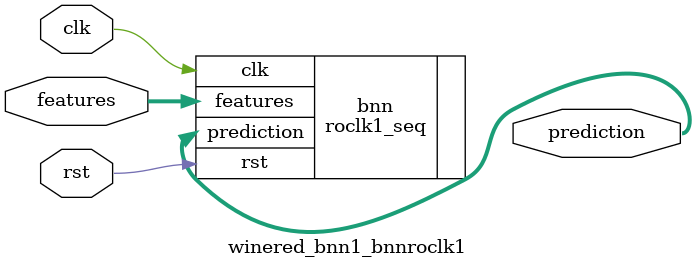
<source format=v>













module winered_bnn1_bnnroclk1 #(

parameter FEAT_CNT = 11,
parameter HIDDEN_CNT = 40,
parameter FEAT_BITS = 4,
parameter CLASS_CNT = 6,
parameter TEST_CNT = 1000


  ) (
  input clk,
  input rst,
  input [FEAT_CNT*FEAT_BITS-1:0] features,
  output [$clog2(CLASS_CNT)-1:0] prediction
  );

  localparam Weights0 = 440'b11101100111111100100101100110010011011110110111111101101011011000101100010011000011100010100101010010000111110001110100110011010100011010100001101110011000000011110001100111000111000000010110101110111101111111000101110110001010110011111100000101010011100101001111011101110111001010100110111000110111111000101110111100001000000011011111010111001101100001010010111011100011001101010110110010000011110100000101000110010000011100000000110011000 ;
  localparam Weights1 = 240'b101011110101010111101111010101000101111001101110110011111110010011110100100011101000101011111101111001010101001011000101101011100011011000100010000100100000001111000110100000011011100000011101001111010010001011110000001101110000010000111001 ;

  roclk1_seq #(.FEAT_CNT(FEAT_CNT),.FEAT_BITS(FEAT_BITS),.HIDDEN_CNT(HIDDEN_CNT),.CLASS_CNT(CLASS_CNT),.Weights0(Weights0),.Weights1(Weights1)) bnn (
    .clk(clk),
    .rst(rst),
    .features(features),
    .prediction(prediction)
  );

endmodule

</source>
